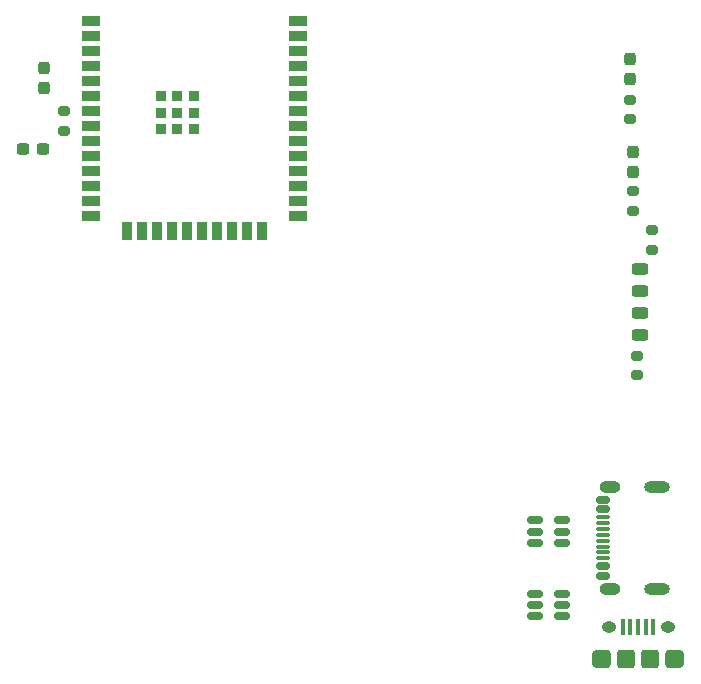
<source format=gtp>
%TF.GenerationSoftware,KiCad,Pcbnew,9.0.1*%
%TF.CreationDate,2025-12-02T19:06:14+01:00*%
%TF.ProjectId,stacja_pogody_modu__wew,73746163-6a61-45f7-906f-676f64795f6d,rev?*%
%TF.SameCoordinates,Original*%
%TF.FileFunction,Paste,Top*%
%TF.FilePolarity,Positive*%
%FSLAX46Y46*%
G04 Gerber Fmt 4.6, Leading zero omitted, Abs format (unit mm)*
G04 Created by KiCad (PCBNEW 9.0.1) date 2025-12-02 19:06:14*
%MOMM*%
%LPD*%
G01*
G04 APERTURE LIST*
G04 Aperture macros list*
%AMRoundRect*
0 Rectangle with rounded corners*
0 $1 Rounding radius*
0 $2 $3 $4 $5 $6 $7 $8 $9 X,Y pos of 4 corners*
0 Add a 4 corners polygon primitive as box body*
4,1,4,$2,$3,$4,$5,$6,$7,$8,$9,$2,$3,0*
0 Add four circle primitives for the rounded corners*
1,1,$1+$1,$2,$3*
1,1,$1+$1,$4,$5*
1,1,$1+$1,$6,$7*
1,1,$1+$1,$8,$9*
0 Add four rect primitives between the rounded corners*
20,1,$1+$1,$2,$3,$4,$5,0*
20,1,$1+$1,$4,$5,$6,$7,0*
20,1,$1+$1,$6,$7,$8,$9,0*
20,1,$1+$1,$8,$9,$2,$3,0*%
G04 Aperture macros list end*
%ADD10RoundRect,0.150000X0.425000X-0.150000X0.425000X0.150000X-0.425000X0.150000X-0.425000X-0.150000X0*%
%ADD11RoundRect,0.075000X0.500000X-0.075000X0.500000X0.075000X-0.500000X0.075000X-0.500000X-0.075000X0*%
%ADD12O,1.800000X1.000000*%
%ADD13O,2.200000X1.000000*%
%ADD14RoundRect,0.237500X-0.237500X0.300000X-0.237500X-0.300000X0.237500X-0.300000X0.237500X0.300000X0*%
%ADD15RoundRect,0.200000X0.275000X-0.200000X0.275000X0.200000X-0.275000X0.200000X-0.275000X-0.200000X0*%
%ADD16RoundRect,0.243750X0.456250X-0.243750X0.456250X0.243750X-0.456250X0.243750X-0.456250X-0.243750X0*%
%ADD17RoundRect,0.200000X-0.275000X0.200000X-0.275000X-0.200000X0.275000X-0.200000X0.275000X0.200000X0*%
%ADD18RoundRect,0.150000X0.512500X0.150000X-0.512500X0.150000X-0.512500X-0.150000X0.512500X-0.150000X0*%
%ADD19R,1.500000X0.900000*%
%ADD20R,0.900000X1.500000*%
%ADD21R,0.900000X0.900000*%
%ADD22RoundRect,0.237500X-0.300000X-0.237500X0.300000X-0.237500X0.300000X0.237500X-0.300000X0.237500X0*%
%ADD23O,0.890000X1.550000*%
%ADD24O,1.250000X0.950000*%
%ADD25RoundRect,0.100000X-0.100000X-0.575000X0.100000X-0.575000X0.100000X0.575000X-0.100000X0.575000X0*%
%ADD26RoundRect,0.250000X-0.475000X-0.525000X0.475000X-0.525000X0.475000X0.525000X-0.475000X0.525000X0*%
%ADD27RoundRect,0.250000X-0.500000X-0.525000X0.500000X-0.525000X0.500000X0.525000X-0.500000X0.525000X0*%
%ADD28RoundRect,0.243750X-0.456250X0.243750X-0.456250X-0.243750X0.456250X-0.243750X0.456250X0.243750X0*%
G04 APERTURE END LIST*
D10*
%TO.C,J3*%
X192600000Y-106960000D03*
X192600000Y-106160000D03*
D11*
X192600000Y-105010000D03*
X192600000Y-104010000D03*
X192600000Y-103510000D03*
X192600000Y-102510000D03*
D10*
X192600000Y-101360000D03*
X192600000Y-100560000D03*
X192600000Y-100560000D03*
X192600000Y-101360000D03*
D11*
X192600000Y-102010000D03*
X192600000Y-103010000D03*
X192600000Y-104510000D03*
X192600000Y-105510000D03*
D10*
X192600000Y-106160000D03*
X192600000Y-106960000D03*
D12*
X193175000Y-108080000D03*
D13*
X197155000Y-108080000D03*
D12*
X193175000Y-99440000D03*
D13*
X197155000Y-99440000D03*
%TD*%
D14*
%TO.C,C16*%
X145280000Y-63957500D03*
X145280000Y-65682500D03*
%TD*%
D15*
%TO.C,R16*%
X195490000Y-90010000D03*
X195490000Y-88360000D03*
%TD*%
D14*
%TO.C,C3*%
X194910000Y-63217500D03*
X194910000Y-64942500D03*
%TD*%
D16*
%TO.C,D1*%
X195770000Y-82857500D03*
X195770000Y-80982500D03*
%TD*%
D17*
%TO.C,R13*%
X196770000Y-77735000D03*
X196770000Y-79385000D03*
%TD*%
D18*
%TO.C,U4*%
X189115000Y-104200000D03*
X189115000Y-103250000D03*
X189115000Y-102300000D03*
X186840000Y-102300000D03*
X186840000Y-103250000D03*
X186840000Y-104200000D03*
%TD*%
%TO.C,U1*%
X189145000Y-110400000D03*
X189145000Y-109450000D03*
X189145000Y-108500000D03*
X186870000Y-108500000D03*
X186870000Y-109450000D03*
X186870000Y-110400000D03*
%TD*%
D19*
%TO.C,U2*%
X149310000Y-60050000D03*
X149310000Y-61320000D03*
X149310000Y-62590000D03*
X149310000Y-63860000D03*
X149310000Y-65130000D03*
X149310000Y-66400000D03*
X149310000Y-67670000D03*
X149310000Y-68940000D03*
X149310000Y-70210000D03*
X149310000Y-71480000D03*
X149310000Y-72750000D03*
X149310000Y-74020000D03*
X149310000Y-75290000D03*
X149310000Y-76560000D03*
D20*
X152345000Y-77810000D03*
X153615000Y-77810000D03*
X154885000Y-77810000D03*
X156155000Y-77810000D03*
X157425000Y-77810000D03*
X158695000Y-77810000D03*
X159965000Y-77810000D03*
X161235000Y-77810000D03*
X162505000Y-77810000D03*
X163775000Y-77810000D03*
D19*
X166810000Y-76560000D03*
X166810000Y-75290000D03*
X166810000Y-74020000D03*
X166810000Y-72750000D03*
X166810000Y-71480000D03*
X166810000Y-70210000D03*
X166810000Y-68940000D03*
X166810000Y-67670000D03*
X166810000Y-66400000D03*
X166810000Y-65130000D03*
X166810000Y-63860000D03*
X166810000Y-62590000D03*
X166810000Y-61320000D03*
X166810000Y-60050000D03*
D21*
X155160000Y-66370000D03*
X155160000Y-67770000D03*
X155160000Y-69170000D03*
X156560000Y-66370000D03*
X156560000Y-67770000D03*
X156560000Y-69170000D03*
X157960000Y-66370000D03*
X157960000Y-67770000D03*
X157960000Y-69170000D03*
%TD*%
D17*
%TO.C,R17*%
X147000000Y-67645000D03*
X147000000Y-69295000D03*
%TD*%
%TO.C,R1*%
X195170000Y-74445000D03*
X195170000Y-76095000D03*
%TD*%
D22*
%TO.C,C15*%
X143517500Y-70880000D03*
X145242500Y-70880000D03*
%TD*%
D23*
%TO.C,J1*%
X192090000Y-113990000D03*
D24*
X193090000Y-111290000D03*
X198090000Y-111290000D03*
D23*
X199090000Y-113990000D03*
D25*
X194290000Y-111290000D03*
X194940000Y-111290000D03*
X195590000Y-111290000D03*
X196240000Y-111290000D03*
X196890000Y-111290000D03*
D26*
X192565000Y-113990000D03*
D27*
X194590000Y-113990000D03*
X196590000Y-113990000D03*
D26*
X198615000Y-113990000D03*
%TD*%
D28*
%TO.C,D3*%
X195740000Y-84722500D03*
X195740000Y-86597500D03*
%TD*%
D17*
%TO.C,R3*%
X194930000Y-66665000D03*
X194930000Y-68315000D03*
%TD*%
D14*
%TO.C,C1*%
X195170000Y-71067500D03*
X195170000Y-72792500D03*
%TD*%
M02*

</source>
